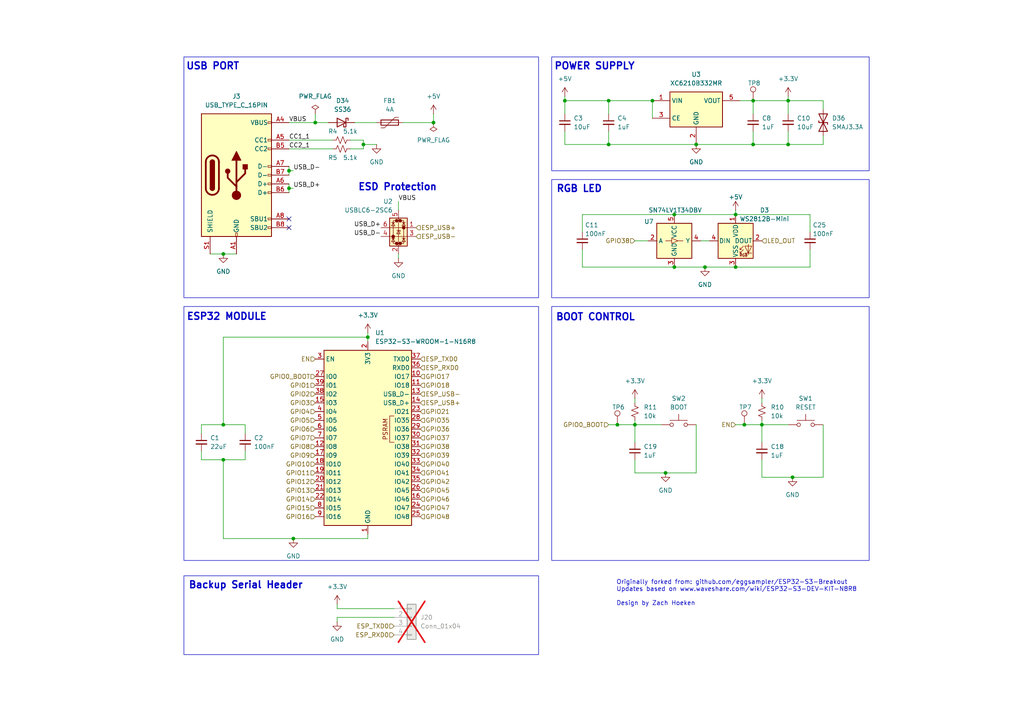
<source format=kicad_sch>
(kicad_sch (version 20250114) (generator "eeschema") (generator_version "9.0")
  (paper "A4")
  (title_block (title "https://github.com/hoeken/brineomatic") (date "2025-08-28") (rev "C"))
  (lib_symbols
    (symbol "Connector:TestPoint" (pin_numbers (hide yes)) (pin_names (offset 0.762) (hide yes))
      (property "Reference" "TP" (at 0 6.858 0))
      (property "Value" "TestPoint" (at 0 5.08 0))
      (symbol "TestPoint_0_1"
        (circle (center 0 3.302) (radius 0.762))
      )
      (symbol "TestPoint_1_1"
        (pin passive line (at 0 0 90) (length 2.54) (name "1") (number "1"))
      )
    )
    (symbol "Connector:USB_C_Receptacle_USB2.0_16P" (pin_names (offset 1.016))
      (property "Reference" "J" (at 0 22.225 0))
      (property "Value" "USB_C_Receptacle_USB2.0_16P" (at 0 19.685 0))
      (symbol "USB_C_Receptacle_USB2.0_16P_0_0"
        (rectangle (start -0.254 -17.78) (end 0.254 -16.764))
        (rectangle (start 10.16 15.494) (end 9.144 14.986))
        (rectangle (start 10.16 10.414) (end 9.144 9.906))
        (rectangle (start 10.16 7.874) (end 9.144 7.366))
        (rectangle (start 10.16 2.794) (end 9.144 2.286))
        (rectangle (start 10.16 0.254) (end 9.144 -0.254))
        (rectangle (start 10.16 -2.286) (end 9.144 -2.794))
        (rectangle (start 10.16 -4.826) (end 9.144 -5.334))
        (rectangle (start 10.16 -12.446) (end 9.144 -12.954))
        (rectangle (start 10.16 -14.986) (end 9.144 -15.494))
      )
      (symbol "USB_C_Receptacle_USB2.0_16P_0_1"
        (rectangle (start -10.16 17.78) (end 10.16 -17.78) (stroke (width 0.254)) (fill (type background)))
        (polyline (pts (xy -8.89 -3.81) (xy -8.89 3.81)) (stroke (width 0.508)))
        (rectangle (start -7.62 -3.81) (end -6.35 3.81) (stroke (width 0.254)) (fill (type outline)))
        (arc (start -7.62 3.81) (mid -6.985 4.4423) (end -6.35 3.81) (stroke (width 0.254)))
        (arc (start -7.62 3.81) (mid -6.985 4.4423) (end -6.35 3.81) (stroke (width 0.254)) (fill (type outline)))
        (arc (start -8.89 3.81) (mid -6.985 5.7067) (end -5.08 3.81) (stroke (width 0.508)))
        (arc (start -5.08 -3.81) (mid -6.985 -5.7067) (end -8.89 -3.81) (stroke (width 0.508)))
        (arc (start -6.35 -3.81) (mid -6.985 -4.4423) (end -7.62 -3.81) (stroke (width 0.254)))
        (arc (start -6.35 -3.81) (mid -6.985 -4.4423) (end -7.62 -3.81) (stroke (width 0.254)) (fill (type outline)))
        (polyline (pts (xy -5.08 3.81) (xy -5.08 -3.81)) (stroke (width 0.508)))
        (circle (center -2.54 1.143) (radius 0.635) (stroke (width 0.254)) (fill (type outline)))
        (polyline (pts (xy -1.27 4.318) (xy 0 6.858) (xy 1.27 4.318) (xy -1.27 4.318)) (stroke (width 0.254)) (fill (type outline)))
        (polyline (pts (xy 0 -2.032) (xy 2.54 0.508) (xy 2.54 1.778)) (stroke (width 0.508)))
        (polyline (pts (xy 0 -3.302) (xy -2.54 -0.762) (xy -2.54 0.508)) (stroke (width 0.508)))
        (polyline (pts (xy 0 -5.842) (xy 0 4.318)) (stroke (width 0.508)))
        (circle (center 0 -5.842) (radius 1.27) (fill (type outline)))
        (rectangle (start 1.905 1.778) (end 3.175 3.048) (stroke (width 0.254)) (fill (type outline)))
      )
      (symbol "USB_C_Receptacle_USB2.0_16P_1_1"
        (pin passive line (at -7.62 -22.86 90) (length 5.08) (name "SHIELD") (number "S1"))
        (pin passive line (at 0 -22.86 90) (length 5.08) (name "GND") (number "A1"))
        (pin passive line (at 0 -22.86 90) (length 5.08) (hide yes) (name "GND") (number "A12"))
        (pin passive line (at 0 -22.86 90) (length 5.08) (hide yes) (name "GND") (number "B1"))
        (pin passive line (at 0 -22.86 90) (length 5.08) (hide yes) (name "GND") (number "B12"))
        (pin passive line (at 15.24 15.24 180) (length 5.08) (name "VBUS") (number "A4"))
        (pin passive line (at 15.24 15.24 180) (length 5.08) (hide yes) (name "VBUS") (number "A9"))
        (pin passive line (at 15.24 15.24 180) (length 5.08) (hide yes) (name "VBUS") (number "B4"))
        (pin passive line (at 15.24 15.24 180) (length 5.08) (hide yes) (name "VBUS") (number "B9"))
        (pin bidirectional line (at 15.24 10.16 180) (length 5.08) (name "CC1") (number "A5"))
        (pin bidirectional line (at 15.24 7.62 180) (length 5.08) (name "CC2") (number "B5"))
        (pin bidirectional line (at 15.24 2.54 180) (length 5.08) (name "D-") (number "A7"))
        (pin bidirectional line (at 15.24 0 180) (length 5.08) (name "D-") (number "B7"))
        (pin bidirectional line (at 15.24 -2.54 180) (length 5.08) (name "D+") (number "A6"))
        (pin bidirectional line (at 15.24 -5.08 180) (length 5.08) (name "D+") (number "B6"))
        (pin bidirectional line (at 15.24 -12.7 180) (length 5.08) (name "SBU1") (number "A8"))
        (pin bidirectional line (at 15.24 -15.24 180) (length 5.08) (name "SBU2") (number "B8"))
      )
    )
    (symbol "Connector_Generic:Conn_01x04" (pin_names (offset 1.016) (hide yes))
      (property "Reference" "J" (at 0 5.08 0))
      (property "Value" "Conn_01x04" (at 0 -7.62 0))
      (symbol "Conn_01x04_1_1"
        (rectangle (start -1.27 3.81) (end 1.27 -6.35) (stroke (width 0.254)) (fill (type background)))
        (rectangle (start -1.27 2.667) (end 0 2.413) (stroke (width 0.1524)))
        (rectangle (start -1.27 0.127) (end 0 -0.127) (stroke (width 0.1524)))
        (rectangle (start -1.27 -2.413) (end 0 -2.667) (stroke (width 0.1524)))
        (rectangle (start -1.27 -4.953) (end 0 -5.207) (stroke (width 0.1524)))
        (pin passive line (at -5.08 2.54 0) (length 3.81) (name "Pin_1") (number "1"))
        (pin passive line (at -5.08 0 0) (length 3.81) (name "Pin_2") (number "2"))
        (pin passive line (at -5.08 -2.54 0) (length 3.81) (name "Pin_3") (number "3"))
        (pin passive line (at -5.08 -5.08 0) (length 3.81) (name "Pin_4") (number "4"))
      )
    )
    (symbol "Device:C_Small" (pin_numbers (hide yes)) (pin_names (offset 0.254) (hide yes))
      (property "Reference" "C" (at 0.254 1.778 0))
      (property "Value" "C_Small" (at 0.254 -2.032 0))
      (symbol "C_Small_0_1"
        (polyline (pts (xy -1.524 0.508) (xy 1.524 0.508)) (stroke (width 0.3048)))
        (polyline (pts (xy -1.524 -0.508) (xy 1.524 -0.508)) (stroke (width 0.3302)))
      )
      (symbol "C_Small_1_1"
        (pin passive line (at 0 2.54 270) (length 2.032) (name "~") (number "1"))
        (pin passive line (at 0 -2.54 90) (length 2.032) (name "~") (number "2"))
      )
    )
    (symbol "Device:D_TVS" (pin_numbers (hide yes)) (pin_names (offset 1.016) (hide yes))
      (property "Reference" "D" (at 0 2.54 0))
      (property "Value" "D_TVS" (at 0 -2.54 0))
      (symbol "D_TVS_0_1"
        (polyline (pts (xy -2.54 1.27) (xy -2.54 -1.27) (xy 2.54 1.27) (xy 2.54 -1.27) (xy -2.54 1.27)) (stroke (width 0.254)))
        (polyline (pts (xy 0.508 1.27) (xy 0 1.27) (xy 0 -1.27) (xy -0.508 -1.27)) (stroke (width 0.254)))
        (polyline (pts (xy 1.27 0) (xy -1.27 0)))
      )
      (symbol "D_TVS_1_1"
        (pin passive line (at -3.81 0 0) (length 2.54) (name "A1") (number "1"))
        (pin passive line (at 3.81 0 180) (length 2.54) (name "A2") (number "2"))
      )
    )
    (symbol "Device:Polyfuse" (pin_numbers (hide yes)) (pin_names (offset 0))
      (property "Reference" "F" (at -2.54 0 90))
      (property "Value" "Polyfuse" (at 2.54 0 90))
      (symbol "Polyfuse_0_1"
        (polyline (pts (xy -1.524 2.54) (xy -1.524 1.524) (xy 1.524 -1.524) (xy 1.524 -2.54)))
        (rectangle (start -0.762 2.54) (end 0.762 -2.54) (stroke (width 0.254)))
        (polyline (pts (xy 0 2.54) (xy 0 -2.54)))
      )
      (symbol "Polyfuse_1_1"
        (pin passive line (at 0 3.81 270) (length 1.27) (name "~") (number "1"))
        (pin passive line (at 0 -3.81 90) (length 1.27) (name "~") (number "2"))
      )
    )
    (symbol "Device:R_Small_US" (pin_numbers (hide yes)) (pin_names (offset 0.254) (hide yes))
      (property "Reference" "R" (at 0.762 0.508 0))
      (property "Value" "R_Small_US" (at 0.762 -1.016 0))
      (symbol "R_Small_US_1_1"
        (polyline (pts (xy 0 1.524) (xy 1.016 1.143) (xy 0 0.762) (xy -1.016 0.381) (xy 0 0)))
        (polyline (pts (xy 0 0) (xy 1.016 -0.381) (xy 0 -0.762) (xy -1.016 -1.143) (xy 0 -1.524)))
        (pin passive line (at 0 2.54 270) (length 1.016) (name "~") (number "1"))
        (pin passive line (at 0 -2.54 90) (length 1.016) (name "~") (number "2"))
      )
    )
    (symbol "Diode:SS36" (pin_numbers (hide yes)) (pin_names (offset 1.016) (hide yes))
      (property "Reference" "D" (at 0 2.54 0))
      (property "Value" "SS36" (at 0 -2.54 0))
      (symbol "SS36_0_1"
        (polyline (pts (xy -1.905 0.635) (xy -1.905 1.27) (xy -1.27 1.27) (xy -1.27 -1.27) (xy -0.635 -1.27) (xy -0.635 -0.635)) (stroke (width 0.254)))
        (polyline (pts (xy 1.27 1.27) (xy 1.27 -1.27) (xy -1.27 0) (xy 1.27 1.27)) (stroke (width 0.254)))
        (polyline (pts (xy 1.27 0) (xy -1.27 0)))
      )
      (symbol "SS36_1_1"
        (pin passive line (at -3.81 0 0) (length 2.54) (name "K") (number "1"))
        (pin passive line (at 3.81 0 180) (length 2.54) (name "A") (number "2"))
      )
    )
    (symbol "LED:WS2812B" (pin_names (offset 0.254))
      (property "Reference" "D" (at 5.08 5.715 0))
      (property "Value" "WS2812B" (at 1.27 -5.715 0))
      (symbol "WS2812B_0_0"
        (text "RGB" (at 2.286 -4.191 0) (effects (font (size 0.762 0.762))))
      )
      (symbol "WS2812B_0_1"
        (polyline (pts (xy 1.27 -2.54) (xy 1.778 -2.54)))
        (polyline (pts (xy 1.27 -3.556) (xy 1.778 -3.556)))
        (polyline (pts (xy 2.286 -1.524) (xy 1.27 -2.54) (xy 1.27 -2.032)))
        (polyline (pts (xy 2.286 -2.54) (xy 1.27 -3.556) (xy 1.27 -3.048)))
        (polyline (pts (xy 3.683 -1.016) (xy 3.683 -3.556) (xy 3.683 -4.064)))
        (polyline (pts (xy 4.699 -1.524) (xy 2.667 -1.524) (xy 3.683 -3.556) (xy 4.699 -1.524)))
        (polyline (pts (xy 4.699 -3.556) (xy 2.667 -3.556)))
        (rectangle (start 5.08 5.08) (end -5.08 -5.08) (stroke (width 0.254)) (fill (type background)))
      )
      (symbol "WS2812B_1_1"
        (pin input line (at -7.62 0 0) (length 2.54) (name "DIN") (number "4"))
        (pin power_in line (at 0 7.62 270) (length 2.54) (name "VDD") (number "1"))
        (pin power_in line (at 0 -7.62 90) (length 2.54) (name "VSS") (number "3"))
        (pin output line (at 7.62 0 180) (length 2.54) (name "DOUT") (number "2"))
      )
    )
    (symbol "Logic_LevelTranslator:SN74LV1T34DBV"
      (property "Reference" "U" (at 5.08 6.35 0))
      (property "Value" "SN74LV1T34DBV" (at 5.08 3.81 0))
      (symbol "SN74LV1T34DBV_0_1"
        (rectangle (start -5.08 5.08) (end 5.08 -5.08) (stroke (width 0.254)) (fill (type background)))
        (polyline (pts (xy -0.762 0) (xy -2.54 0)))
        (polyline (pts (xy 1.016 0) (xy 2.54 0)))
      )
      (symbol "SN74LV1T34DBV_1_1"
        (polyline (pts (xy -0.762 -0.762) (xy -0.762 0.762) (xy 1.016 0) (xy -0.762 -0.762)))
        (pin input line (at -7.62 0 0) (length 2.54) (name "A") (number "2"))
        (pin no_connect line (at -5.08 2.54 0) (length 2.54) (hide yes) (name "NC") (number "1"))
        (pin power_in line (at 0 7.62 270) (length 2.54) (name "VCC") (number "5"))
        (pin power_in line (at 0 -7.62 90) (length 2.54) (name "GND") (number "3"))
        (pin output line (at 7.62 0 180) (length 2.54) (name "Y") (number "4"))
      )
    )
    (symbol "RF_Module:ESP32-S3-WROOM-1"
      (property "Reference" "U" (at -12.7 26.67 0))
      (property "Value" "ESP32-S3-WROOM-1" (at 12.7 26.67 0))
      (symbol "ESP32-S3-WROOM-1_0_0"
        (rectangle (start -12.7 25.4) (end 12.7 -25.4) (stroke (width 0.254)) (fill (type background)))
        (text "PSRAM" (at 5.08 2.54 900) (effects (font (size 1.27 1.27))))
      )
      (symbol "ESP32-S3-WROOM-1_0_1"
        (polyline (pts (xy 7.62 -1.27) (xy 6.35 -1.27) (xy 6.35 6.35) (xy 7.62 6.35)))
      )
      (symbol "ESP32-S3-WROOM-1_1_1"
        (pin input line (at -15.24 22.86 0) (length 2.54) (name "EN") (number "3"))
        (pin bidirectional line (at -15.24 17.78 0) (length 2.54) (name "IO0") (number "27"))
        (pin bidirectional line (at -15.24 15.24 0) (length 2.54) (name "IO1") (number "39"))
        (pin bidirectional line (at -15.24 12.7 0) (length 2.54) (name "IO2") (number "38"))
        (pin bidirectional line (at -15.24 10.16 0) (length 2.54) (name "IO3") (number "15"))
        (pin bidirectional line (at -15.24 7.62 0) (length 2.54) (name "IO4") (number "4"))
        (pin bidirectional line (at -15.24 5.08 0) (length 2.54) (name "IO5") (number "5"))
        (pin bidirectional line (at -15.24 2.54 0) (length 2.54) (name "IO6") (number "6"))
        (pin bidirectional line (at -15.24 0 0) (length 2.54) (name "IO7") (number "7"))
        (pin bidirectional line (at -15.24 -2.54 0) (length 2.54) (name "IO8") (number "12"))
        (pin bidirectional line (at -15.24 -5.08 0) (length 2.54) (name "IO9") (number "17"))
        (pin bidirectional line (at -15.24 -7.62 0) (length 2.54) (name "IO10") (number "18"))
        (pin bidirectional line (at -15.24 -10.16 0) (length 2.54) (name "IO11") (number "19"))
        (pin bidirectional line (at -15.24 -12.7 0) (length 2.54) (name "IO12") (number "20"))
        (pin bidirectional line (at -15.24 -15.24 0) (length 2.54) (name "IO13") (number "21"))
        (pin bidirectional line (at -15.24 -17.78 0) (length 2.54) (name "IO14") (number "22"))
        (pin bidirectional line (at -15.24 -20.32 0) (length 2.54) (name "IO15") (number "8"))
        (pin bidirectional line (at -15.24 -22.86 0) (length 2.54) (name "IO16") (number "9"))
        (pin power_in line (at 0 27.94 270) (length 2.54) (name "3V3") (number "2"))
        (pin power_in line (at 0 -27.94 90) (length 2.54) (name "GND") (number "1"))
        (pin passive line (at 0 -27.94 90) (length 2.54) (hide yes) (name "GND") (number "40"))
        (pin passive line (at 0 -27.94 90) (length 2.54) (hide yes) (name "GND") (number "41"))
        (pin bidirectional line (at 15.24 22.86 180) (length 2.54) (name "TXD0") (number "37"))
        (pin bidirectional line (at 15.24 20.32 180) (length 2.54) (name "RXD0") (number "36"))
        (pin bidirectional line (at 15.24 17.78 180) (length 2.54) (name "IO17") (number "10"))
        (pin bidirectional line (at 15.24 15.24 180) (length 2.54) (name "IO18") (number "11"))
        (pin bidirectional line (at 15.24 12.7 180) (length 2.54) (name "USB_D-") (number "13"))
        (pin bidirectional line (at 15.24 10.16 180) (length 2.54) (name "USB_D+") (number "14"))
        (pin bidirectional line (at 15.24 7.62 180) (length 2.54) (name "IO21") (number "23"))
        (pin bidirectional line (at 15.24 5.08 180) (length 2.54) (name "IO35") (number "28"))
        (pin bidirectional line (at 15.24 2.54 180) (length 2.54) (name "IO36") (number "29"))
        (pin bidirectional line (at 15.24 0 180) (length 2.54) (name "IO37") (number "30"))
        (pin bidirectional line (at 15.24 -2.54 180) (length 2.54) (name "IO38") (number "31"))
        (pin bidirectional line (at 15.24 -5.08 180) (length 2.54) (name "IO39") (number "32"))
        (pin bidirectional line (at 15.24 -7.62 180) (length 2.54) (name "IO40") (number "33"))
        (pin bidirectional line (at 15.24 -10.16 180) (length 2.54) (name "IO41") (number "34"))
        (pin bidirectional line (at 15.24 -12.7 180) (length 2.54) (name "IO42") (number "35"))
        (pin bidirectional line (at 15.24 -15.24 180) (length 2.54) (name "IO45") (number "26"))
        (pin bidirectional line (at 15.24 -17.78 180) (length 2.54) (name "IO46") (number "16"))
        (pin bidirectional line (at 15.24 -20.32 180) (length 2.54) (name "IO47") (number "24"))
        (pin bidirectional line (at 15.24 -22.86 180) (length 2.54) (name "IO48") (number "25"))
      )
    )
    (symbol "Regulator_Linear:XC6210B332MR"
      (property "Reference" "U" (at 0 8.89 0))
      (property "Value" "XC6210B332MR" (at 0 6.35 0))
      (symbol "XC6210B332MR_0_1"
        (rectangle (start -7.62 5.08) (end 7.62 -5.08) (stroke (width 0.254)) (fill (type background)))
      )
      (symbol "XC6210B332MR_1_1"
        (pin power_in line (at -12.7 2.54 0) (length 5.08) (name "VIN") (number "1"))
        (pin input line (at -12.7 -2.54 0) (length 5.08) (name "CE") (number "3"))
        (pin power_in line (at 0 -10.16 90) (length 5.08) (name "GND") (number "2"))
        (pin no_connect line (at 7.62 -2.54 180) (length 5.08) (hide yes) (name "NC") (number "4"))
        (pin power_out line (at 12.7 2.54 180) (length 5.08) (name "VOUT") (number "5"))
      )
    )
    (symbol "Switch:SW_Push" (pin_numbers (hide yes)) (pin_names (offset 1.016) (hide yes))
      (property "Reference" "SW" (at 1.27 2.54 0))
      (property "Value" "SW_Push" (at 0 -1.524 0))
      (symbol "SW_Push_0_1"
        (circle (center -2.032 0) (radius 0.508))
        (polyline (pts (xy 0 1.27) (xy 0 3.048)))
        (circle (center 2.032 0) (radius 0.508))
        (polyline (pts (xy 2.54 1.27) (xy -2.54 1.27)))
        (pin passive line (at -5.08 0 0) (length 2.54) (name "1") (number "1"))
        (pin passive line (at 5.08 0 180) (length 2.54) (name "2") (number "2"))
      )
    )
    (symbol "USBLC6-2SC6_1" (pin_names (hide yes))
      (property "Reference" "U" (at 0.635 5.715 0))
      (property "Value" "USBLC6-2SC6" (at 0.635 3.81 0))
      (symbol "USBLC6-2SC6_1_0_0"
        (circle (center -1.524 0) (radius 0.0001) (stroke (width 0.508)))
        (circle (center -0.508 2.032) (radius 0.0001) (stroke (width 0.508)))
        (circle (center -0.508 -4.572) (radius 0.0001) (stroke (width 0.508)))
        (circle (center 0.508 2.032) (radius 0.0001) (stroke (width 0.508)))
        (circle (center 0.508 -4.572) (radius 0.0001) (stroke (width 0.508)))
        (circle (center 1.524 -2.54) (radius 0.0001) (stroke (width 0.508)))
      )
      (symbol "USBLC6-2SC6_1_0_1"
        (polyline (pts (xy -2.54 0) (xy 2.54 0)))
        (polyline (pts (xy -2.54 -2.54) (xy 2.54 -2.54)))
        (polyline (pts (xy -2.032 0.508) (xy -1.016 0.508) (xy -1.524 1.524) (xy -2.032 0.508)))
        (polyline (pts (xy -2.032 -3.048) (xy -1.016 -3.048)))
        (polyline (pts (xy -1.016 1.524) (xy -2.032 1.524)))
        (polyline (pts (xy -1.016 -4.064) (xy -2.032 -4.064) (xy -1.524 -3.048) (xy -1.016 -4.064)))
        (polyline (pts (xy -0.508 -1.143) (xy -0.508 -0.762) (xy 0.508 -0.762)))
        (polyline (pts (xy 0 2.54) (xy -0.508 2.032) (xy 0.508 2.032) (xy 0 1.524) (xy 0 -4.064) (xy -0.508 -4.572) (xy 0.508 -4.572) (xy 0 -5.08)))
        (polyline (pts (xy 0.508 -1.778) (xy -0.508 -1.778) (xy 0 -0.762) (xy 0.508 -1.778)))
        (polyline (pts (xy 1.016 1.524) (xy 2.032 1.524)))
        (polyline (pts (xy 1.016 -3.048) (xy 2.032 -3.048)))
        (polyline (pts (xy 2.032 0.508) (xy 1.016 0.508) (xy 1.524 1.524) (xy 2.032 0.508)))
        (polyline (pts (xy 2.032 -4.064) (xy 1.016 -4.064) (xy 1.524 -3.048) (xy 2.032 -4.064)))
      )
      (symbol "USBLC6-2SC6_1_1_1"
        (rectangle (start -2.54 2.794) (end 2.54 -5.334) (stroke (width 0.254)) (fill (type background)))
        (polyline (pts (xy -0.508 2.032) (xy -1.524 2.032) (xy -1.524 -4.572) (xy -0.508 -4.572)))
        (polyline (pts (xy 0.508 -4.572) (xy 1.524 -4.572) (xy 1.524 2.032) (xy 0.508 2.032)))
        (pin passive line (at -5.08 0 0) (length 2.54) (name "I/O1") (number "1"))
        (pin passive line (at -5.08 -2.54 0) (length 2.54) (name "I/O2") (number "3"))
        (pin passive line (at 0 5.08 270) (length 2.54) (name "VBUS") (number "5"))
        (pin passive line (at 0 -7.62 90) (length 2.54) (name "GND") (number "2"))
        (pin passive line (at 5.08 0 180) (length 2.54) (name "I/O1") (number "6"))
        (pin passive line (at 5.08 -2.54 180) (length 2.54) (name "I/O2") (number "4"))
      )
    )
    (symbol "power:+3.3V" (power) (pin_numbers (hide yes)) (pin_names (offset 0) (hide yes))
      (property "Value" "+3.3V" (at 0 3.556 0))
      (symbol "+3.3V_0_1"
        (polyline (pts (xy -0.762 1.27) (xy 0 2.54)))
        (polyline (pts (xy 0 2.54) (xy 0.762 1.27)))
        (polyline (pts (xy 0 0) (xy 0 2.54)))
      )
      (symbol "+3.3V_1_1"
        (pin power_in line (at 0 0 90) (length 0) (name "~") (number "1"))
      )
    )
    (symbol "power:+5V" (power) (pin_numbers (hide yes)) (pin_names (offset 0) (hide yes))
      (property "Value" "+5V" (at 0 3.556 0))
      (symbol "+5V_0_1"
        (polyline (pts (xy -0.762 1.27) (xy 0 2.54)))
        (polyline (pts (xy 0 2.54) (xy 0.762 1.27)))
        (polyline (pts (xy 0 0) (xy 0 2.54)))
      )
      (symbol "+5V_1_1"
        (pin power_in line (at 0 0 90) (length 0) (name "~") (number "1"))
      )
    )
    (symbol "power:GND" (power) (pin_numbers (hide yes)) (pin_names (offset 0) (hide yes))
      (property "Value" "GND" (at 0 -3.81 0))
      (symbol "GND_0_1"
        (polyline (pts (xy 0 0) (xy 0 -1.27) (xy 1.27 -1.27) (xy 0 -2.54) (xy -1.27 -1.27) (xy 0 -1.27)))
      )
      (symbol "GND_1_1"
        (pin power_in line (at 0 0 270) (length 0) (name "~") (number "1"))
      )
    )
    (symbol "power:PWR_FLAG" (power) (pin_numbers (hide yes)) (pin_names (offset 0) (hide yes))
      (property "Value" "PWR_FLAG" (at 0 3.81 0))
      (symbol "PWR_FLAG_0_0"
        (pin power_out line (at 0 0 90) (length 0) (name "pwr") (number "1"))
      )
      (symbol "PWR_FLAG_0_1"
        (polyline (pts (xy 0 0) (xy 0 1.27) (xy -1.016 1.905) (xy 0 2.54) (xy 1.016 1.905) (xy 0 1.27)))
      )
    )
  )
  (rectangle (start 53.34 16.51) (end 156.21 86.36))
  (rectangle (start 160.02 88.9) (end 252.095 162.56))
  (rectangle (start 160.02 16.51) (end 252.095 49.53))
  (rectangle (start 53.34 88.9) (end 156.21 162.56))
  (rectangle (start 160.02 52.07) (end 252.095 86.36))
  (rectangle (start 53.34 167.005) (end 156.21 189.865))
  (text "BOOT CONTROL" (at 172.72 92.075 0) (effects (font (size 2 2) (thickness 0.4) (bold yes))))
  (text "ESD Protection" (at 115.316 54.356 0) (effects (font (size 2 2) (thickness 0.4) (bold yes))))
  (text "Backup Serial Header" (at 54.61 169.799 0) (effects (font (size 2 2) (thickness 0.4) (bold yes)) (justify left)))
  (text "ESP32 MODULE" (at 65.786 91.948 0) (effects (font (size 2 2) (thickness 0.4) (bold yes))))
  (text "RGB LED" (at 161.29 54.864 0) (effects (font (size 2 2) (thickness 0.4) (bold yes)) (justify left)))
  (text "POWER SUPPLY" (at 172.466 19.304 0) (effects (font (size 2 2) (thickness 0.4) (bold yes))))
  (text "USB PORT" (at 61.722 19.304 0) (effects (font (size 2 2) (thickness 0.4) (bold yes))))
  (text_box "Originally forked from: github.com/eggsampler/ESP32-S3-Breakout\nUpdates based on www.waveshare.com/wiki/ESP32-S3-DEV-KIT-N8R8\n\nDesign by Zach Hoeken" (at 177.8 167.005 0) (size 105.41 13.97) (margins 0.9525 0.9525 0.9525 0.9525) (stroke (width -0.0001)) (effects (font (size 1.27 1.27)) (justify left top)))
  (junction (at 218.44 29.21))
  (junction (at 204.47 77.47))
  (junction (at 228.6 41.91))
  (junction (at 220.98 123.19))
  (junction (at 64.77 73.66))
  (junction (at 195.58 62.23))
  (junction (at 176.53 29.21))
  (junction (at 176.53 41.91))
  (junction (at 163.83 29.21))
  (junction (at 125.73 35.56))
  (junction (at 195.58 77.47))
  (junction (at 218.44 41.91))
  (junction (at 215.9 123.19))
  (junction (at 83.82 54.61))
  (junction (at 83.82 49.53))
  (junction (at 91.44 35.56))
  (junction (at 184.15 123.19))
  (junction (at 85.09 156.21))
  (junction (at 213.36 77.47))
  (junction (at 228.6 29.21))
  (junction (at 105.41 41.91))
  (junction (at 64.77 133.35))
  (junction (at 213.36 62.23))
  (junction (at 193.04 137.16))
  (junction (at 201.93 41.91))
  (junction (at 229.87 138.43))
  (junction (at 179.07 123.19))
  (junction (at 64.77 123.19))
  (junction (at 106.68 97.79))
  (junction (at 189.23 29.21))
  (no_connect (at 83.82 63.5))
  (no_connect (at 83.82 66.04))
  (wire (pts (xy 163.83 27.94) (xy 163.83 29.21)))
  (wire (pts (xy 83.82 53.34) (xy 83.82 54.61)))
  (wire (pts (xy 176.53 29.21) (xy 189.23 29.21)))
  (wire (pts (xy 238.76 29.21) (xy 238.76 31.75)))
  (wire (pts (xy 214.63 29.21) (xy 218.44 29.21)))
  (wire (pts (xy 83.82 48.26) (xy 83.82 49.53)))
  (wire (pts (xy 176.53 38.1) (xy 176.53 41.91)))
  (wire (pts (xy 220.98 123.19) (xy 220.98 128.27)))
  (wire (pts (xy 179.07 123.19) (xy 184.15 123.19)))
  (wire (pts (xy 91.44 33.02) (xy 91.44 35.56)))
  (wire (pts (xy 213.36 60.96) (xy 213.36 62.23)))
  (wire (pts (xy 234.95 77.47) (xy 234.95 72.39)))
  (wire (pts (xy 228.6 41.91) (xy 238.76 41.91)))
  (wire (pts (xy 114.3 179.07) (xy 97.79 179.07)))
  (wire (pts (xy 187.96 69.85) (xy 184.15 69.85)))
  (wire (pts (xy 168.91 72.39) (xy 168.91 77.47)))
  (wire (pts (xy 220.98 133.35) (xy 220.98 138.43)))
  (wire (pts (xy 64.77 133.35) (xy 71.12 133.35)))
  (wire (pts (xy 220.98 121.92) (xy 220.98 123.19)))
  (wire (pts (xy 228.6 29.21) (xy 228.6 33.02)))
  (wire (pts (xy 218.44 29.21) (xy 228.6 29.21)))
  (wire (pts (xy 106.68 96.52) (xy 106.68 97.79)))
  (wire (pts (xy 106.68 97.79) (xy 106.68 99.06)))
  (wire (pts (xy 228.6 29.21) (xy 238.76 29.21)))
  (wire (pts (xy 213.36 77.47) (xy 204.47 77.47)))
  (wire (pts (xy 125.73 35.56) (xy 125.73 33.02)))
  (wire (pts (xy 163.83 29.21) (xy 176.53 29.21)))
  (wire (pts (xy 203.2 69.85) (xy 205.74 69.85)))
  (wire (pts (xy 58.42 133.35) (xy 64.77 133.35)))
  (wire (pts (xy 228.6 41.91) (xy 228.6 38.1)))
  (wire (pts (xy 213.36 62.23) (xy 234.95 62.23)))
  (wire (pts (xy 193.04 137.16) (xy 184.15 137.16)))
  (wire (pts (xy 238.76 41.91) (xy 238.76 39.37)))
  (wire (pts (xy 215.9 123.19) (xy 220.98 123.19)))
  (wire (pts (xy 101.6 43.18) (xy 105.41 43.18)))
  (wire (pts (xy 189.23 29.21) (xy 189.23 34.29)))
  (wire (pts (xy 201.93 123.19) (xy 201.93 137.16)))
  (wire (pts (xy 176.53 41.91) (xy 163.83 41.91)))
  (wire (pts (xy 184.15 123.19) (xy 191.77 123.19)))
  (wire (pts (xy 58.42 130.81) (xy 58.42 133.35)))
  (wire (pts (xy 114.3 176.53) (xy 97.79 176.53)))
  (wire (pts (xy 176.53 123.19) (xy 179.07 123.19)))
  (wire (pts (xy 91.44 35.56) (xy 95.25 35.56)))
  (wire (pts (xy 83.82 35.56) (xy 91.44 35.56)))
  (wire (pts (xy 58.42 123.19) (xy 64.77 123.19)))
  (wire (pts (xy 115.57 74.93) (xy 115.57 73.66)))
  (wire (pts (xy 218.44 33.02) (xy 218.44 29.21)))
  (wire (pts (xy 176.53 41.91) (xy 201.93 41.91)))
  (wire (pts (xy 218.44 41.91) (xy 228.6 41.91)))
  (wire (pts (xy 71.12 130.81) (xy 71.12 133.35)))
  (wire (pts (xy 220.98 138.43) (xy 229.87 138.43)))
  (wire (pts (xy 83.82 49.53) (xy 85.09 49.53)))
  (wire (pts (xy 213.36 123.19) (xy 215.9 123.19)))
  (wire (pts (xy 101.6 40.64) (xy 105.41 40.64)))
  (wire (pts (xy 116.84 35.56) (xy 125.73 35.56)))
  (wire (pts (xy 213.36 77.47) (xy 234.95 77.47)))
  (wire (pts (xy 218.44 41.91) (xy 201.93 41.91)))
  (wire (pts (xy 71.12 125.73) (xy 71.12 123.19)))
  (wire (pts (xy 106.68 156.21) (xy 106.68 154.94)))
  (wire (pts (xy 220.98 123.19) (xy 228.6 123.19)))
  (wire (pts (xy 83.82 49.53) (xy 83.82 50.8)))
  (wire (pts (xy 184.15 123.19) (xy 184.15 128.27)))
  (wire (pts (xy 228.6 27.94) (xy 228.6 29.21)))
  (wire (pts (xy 176.53 33.02) (xy 176.53 29.21)))
  (wire (pts (xy 105.41 41.91) (xy 105.41 43.18)))
  (wire (pts (xy 64.77 156.21) (xy 85.09 156.21)))
  (wire (pts (xy 234.95 62.23) (xy 234.95 67.31)))
  (wire (pts (xy 115.57 58.42) (xy 115.57 60.96)))
  (wire (pts (xy 83.82 54.61) (xy 85.09 54.61)))
  (wire (pts (xy 220.98 115.57) (xy 220.98 116.84)))
  (wire (pts (xy 163.83 41.91) (xy 163.83 38.1)))
  (wire (pts (xy 97.79 179.07) (xy 97.79 180.34)))
  (wire (pts (xy 83.82 54.61) (xy 83.82 55.88)))
  (wire (pts (xy 184.15 115.57) (xy 184.15 116.84)))
  (wire (pts (xy 58.42 125.73) (xy 58.42 123.19)))
  (wire (pts (xy 168.91 62.23) (xy 168.91 67.31)))
  (wire (pts (xy 105.41 40.64) (xy 105.41 41.91)))
  (wire (pts (xy 102.87 35.56) (xy 109.22 35.56)))
  (wire (pts (xy 105.41 41.91) (xy 109.22 41.91)))
  (wire (pts (xy 64.77 133.35) (xy 64.77 156.21)))
  (wire (pts (xy 238.76 123.19) (xy 238.76 138.43)))
  (wire (pts (xy 168.91 62.23) (xy 195.58 62.23)))
  (wire (pts (xy 163.83 29.21) (xy 163.83 33.02)))
  (wire (pts (xy 83.82 43.18) (xy 96.52 43.18)))
  (wire (pts (xy 218.44 38.1) (xy 218.44 41.91)))
  (wire (pts (xy 195.58 62.23) (xy 213.36 62.23)))
  (wire (pts (xy 64.77 123.19) (xy 71.12 123.19)))
  (wire (pts (xy 184.15 121.92) (xy 184.15 123.19)))
  (wire (pts (xy 64.77 97.79) (xy 64.77 123.19)))
  (wire (pts (xy 64.77 73.66) (xy 68.58 73.66)))
  (wire (pts (xy 97.79 176.53) (xy 97.79 175.26)))
  (wire (pts (xy 106.68 97.79) (xy 64.77 97.79)))
  (wire (pts (xy 201.93 137.16) (xy 193.04 137.16)))
  (wire (pts (xy 229.87 138.43) (xy 238.76 138.43)))
  (wire (pts (xy 60.96 73.66) (xy 64.77 73.66)))
  (wire (pts (xy 85.09 156.21) (xy 106.68 156.21)))
  (wire (pts (xy 168.91 77.47) (xy 195.58 77.47)))
  (wire (pts (xy 184.15 137.16) (xy 184.15 133.35)))
  (wire (pts (xy 204.47 77.47) (xy 195.58 77.47)))
  (wire (pts (xy 83.82 40.64) (xy 96.52 40.64)))
  (label "USB_D+" (at 110.49 66.04 180))
  (label "USB_D-" (at 110.49 68.58 180))
  (label "CC2_1" (at 83.82 43.18 0))
  (label "VBUS" (at 83.82 35.56 0))
  (label "USB_D+" (at 85.09 54.61 0))
  (label "VBUS" (at 115.57 58.42 0))
  (label "CC1_1" (at 83.82 40.64 0))
  (label "USB_D-" (at 85.09 49.53 0))
  (hierarchical_label "GPIO35" (shape input) (at 121.92 121.92 0))
  (hierarchical_label "GPIO8" (shape input) (at 91.44 129.54 180))
  (hierarchical_label "GPIO15" (shape input) (at 91.44 147.32 180))
  (hierarchical_label "GPIO48" (shape input) (at 121.92 149.86 0))
  (hierarchical_label "GPIO4" (shape input) (at 91.44 119.38 180))
  (hierarchical_label "GPIO37" (shape input) (at 121.92 127 0))
  (hierarchical_label "GPIO1" (shape input) (at 91.44 111.76 180))
  (hierarchical_label "EN" (shape input) (at 213.36 123.19 180))
  (hierarchical_label "ESP_RXD0" (shape input) (at 121.92 106.68 0))
  (hierarchical_label "GPIO11" (shape input) (at 91.44 137.16 180))
  (hierarchical_label "ESP_RXD0" (shape input) (at 114.3 184.15 180))
  (hierarchical_label "ESP_USB-" (shape input) (at 121.92 114.3 0))
  (hierarchical_label "GPIO45" (shape input) (at 121.92 142.24 0))
  (hierarchical_label "GPIO9" (shape input) (at 91.44 132.08 180))
  (hierarchical_label "GPIO10" (shape input) (at 91.44 134.62 180))
  (hierarchical_label "GPIO6" (shape input) (at 91.44 124.46 180))
  (hierarchical_label "GPIO21" (shape input) (at 121.92 119.38 0))
  (hierarchical_label "GPIO14" (shape input) (at 91.44 144.78 180))
  (hierarchical_label "GPIO0_BOOT" (shape input) (at 91.44 109.22 180))
  (hierarchical_label "ESP_USB-" (shape input) (at 120.65 68.58 0))
  (hierarchical_label "ESP_TXD0" (shape input) (at 114.3 181.61 180))
  (hierarchical_label "GPIO3" (shape input) (at 91.44 116.84 180))
  (hierarchical_label "GPIO42" (shape input) (at 121.92 139.7 0))
  (hierarchical_label "GPIO40" (shape input) (at 121.92 134.62 0))
  (hierarchical_label "GPIO39" (shape input) (at 121.92 132.08 0))
  (hierarchical_label "GPIO7" (shape input) (at 91.44 127 180))
  (hierarchical_label "GPIO46" (shape input) (at 121.92 144.78 0))
  (hierarchical_label "GPIO47" (shape input) (at 121.92 147.32 0))
  (hierarchical_label "GPIO38" (shape input) (at 184.15 69.85 180))
  (hierarchical_label "GPIO41" (shape input) (at 121.92 137.16 0))
  (hierarchical_label "GPIO16" (shape input) (at 91.44 149.86 180))
  (hierarchical_label "GPIO13" (shape input) (at 91.44 142.24 180))
  (hierarchical_label "GPIO17" (shape input) (at 121.92 109.22 0))
  (hierarchical_label "LED_OUT" (shape input) (at 220.98 69.85 0))
  (hierarchical_label "ESP_USB+" (shape input) (at 120.65 66.04 0))
  (hierarchical_label "ESP_USB+" (shape input) (at 121.92 116.84 0))
  (hierarchical_label "GPIO0_BOOT" (shape input) (at 176.53 123.19 180))
  (hierarchical_label "EN" (shape input) (at 91.44 104.14 180))
  (hierarchical_label "GPIO38" (shape input) (at 121.92 129.54 0))
  (hierarchical_label "GPIO12" (shape input) (at 91.44 139.7 180))
  (hierarchical_label "GPIO2" (shape input) (at 91.44 114.3 180))
  (hierarchical_label "ESP_TXD0" (shape input) (at 121.92 104.14 0))
  (hierarchical_label "GPIO18" (shape input) (at 121.92 111.76 0))
  (hierarchical_label "GPIO36" (shape input) (at 121.92 124.46 0))
  (hierarchical_label "GPIO5" (shape input) (at 91.44 121.92 180))
  (symbol (lib_id "power:+3.3V") (at 97.79 175.26 0) (unit 1)
    (property "Reference" "#PWR0153" (effects (hide yes)))
    (property "Value" "+3.3V" (at 97.79 170.18 0))
    (property "Description" "Power symbol creates a global label with name \"+3.3V\"" (effects (hide yes)))
    (instances (project "brineomatic" (path "" (reference "#PWR047") (unit 1))) (project "frothfet" (path "" (reference "#PWR0153") (unit 1))))
  )
  (symbol (lib_id "power:+3.3V") (at 220.98 115.57 0) (unit 1)
    (property "Reference" "#PWR0165" (effects (hide yes)))
    (property "Value" "+3.3V" (at 220.98 110.49 0))
    (property "Description" "Power symbol creates a global label with name \"+3.3V\"" (effects (hide yes)))
    (instances (project "brineomatic" (path "" (reference "#PWR059") (unit 1))) (project "sendit" (path "" (reference "#PWR033") (unit 1))) (project "frothfet" (path "" (reference "#PWR0165") (unit 1))))
  )
  (symbol (lib_id "Device:D_TVS") (at 238.76 35.56 90) (unit 1)
    (property "Reference" "D39" (at 241.3 34.29 90) (effects (justify right)))
    (property "Value" "SMAJ3.3A" (at 241.3 36.83 90) (effects (justify right)))
    (property "Footprint" "Diode_SMD:D_SMA" (effects (hide yes)))
    (property "LCSC" "C18199544" (effects (hide yes)))
    (instances (project "brineomatic" (path "" (reference "D36") (unit 1))) (project "frothfet" (path "" (reference "D39") (unit 1))))
  )
  (symbol (lib_id "power:GND") (at 115.57 74.93 0) (unit 1)
    (property "Reference" "#PWR0157" (effects (hide yes)))
    (property "Value" "GND" (at 115.57 80.01 0))
    (property "Description" "Power symbol creates a global label with name \"GND\" , ground" (effects (hide yes)))
    (instances (project "brineomatic" (path "" (reference "#PWR051") (unit 1))) (project "sendit" (path "" (reference "#PWR030") (unit 1))) (project "frothfet" (path "" (reference "#PWR0157") (unit 1))))
  )
  (symbol (lib_id "power:+5V") (at 163.83 27.94 0) (mirror y) (unit 1)
    (property "Reference" "#PWR0159" (effects (hide yes)))
    (property "Value" "+5V" (at 163.83 22.86 0))
    (property "Description" "Power symbol creates a global label with name \"+5V\"" (effects (hide yes)))
    (instances (project "brineomatic" (path "" (reference "#PWR053") (unit 1))) (project "sendit" (path "" (reference "#PWR032") (unit 1))) (project "frothfet" (path "" (reference "#PWR0159") (unit 1))))
  )
  (symbol (lib_id "power:PWR_FLAG") (at 125.73 35.56 180) (unit 1)
    (property "Reference" "#FLG09" (effects (hide yes)))
    (property "Value" "PWR_FLAG" (at 125.73 40.64 0))
    (instances (project "ESP32-S3-Template" (path "" (reference "#FLG03") (unit 1))) (project "brineomatic" (path "" (reference "#FLG09") (unit 1))) (project "sendit" (path "" (reference "#FLG02") (unit 1))) (project "frothfet" (path "" (reference "#FLG09") (unit 1))))
  )
  (symbol (lib_id "power:+5V") (at 213.36 60.96 0) (mirror y) (unit 1)
    (property "Reference" "#PWR0164" (effects (hide yes)))
    (property "Value" "+5V" (at 213.36 57.15 0))
    (property "Description" "Power symbol creates a global label with name \"+5V\"" (effects (hide yes)))
    (instances (project "brineomatic" (path "" (reference "#PWR058") (unit 1))) (project "sendit" (path "" (reference "#PWR039") (unit 1))) (project "frothfet" (path "" (reference "#PWR0164") (unit 1))))
  )
  (symbol (lib_id "Connector_Generic:Conn_01x04") (at 119.38 179.07 0) (unit 1) (dnp yes)
    (property "Reference" "J14" (at 121.92 179.0699 0) (effects (justify left)))
    (property "Value" "Conn_01x04" (at 121.92 181.6099 0) (effects (justify left)))
    (property "Footprint" "Connector_PinHeader_2.54mm:PinHeader_1x04_P2.54mm_Vertical_SMD_Pin1Left" (effects (hide yes)))
    (property "Description" "Generic connector, single row, 01x04, script generated (kicad-library-utils/schlib/autogen/connector/)" (effects (hide yes)))
    (instances (project "" (path "" (reference "J20") (unit 1))) (project "frothfet" (path "" (reference "J14") (unit 1))))
  )
  (symbol (lib_id "Device:R_Small_US") (at 99.06 43.18 90) (unit 1)
    (property "Reference" "R62" (at 96.52 45.72 90))
    (property "Value" "5.1k" (at 101.6 45.72 90))
    (property "Footprint" "Resistor_SMD:R_0603_1608Metric" (effects (hide yes)))
    (property "Description" "Resistor, small US symbol" (effects (hide yes)))
    (instances (project "ESP32-S3-Template" (path "" (reference "R5") (unit 1))) (project "brineomatic" (path "" (reference "R37") (unit 1))) (project "sendit" (path "" (reference "R11") (unit 1))) (project "frothfet" (path "" (reference "R62") (unit 1))))
  )
  (symbol (lib_id "Device:C_Small") (at 176.53 35.56 0) (unit 1)
    (property "Reference" "C66" (at 179.07 34.2962 0) (effects (justify left)))
    (property "Value" "1uF" (at 179.07 36.8362 0) (effects (justify left)))
    (property "Footprint" "Capacitor_SMD:C_0603_1608Metric" (effects (hide yes)))
    (instances (project "ESP32-S3-Template" (path "" (reference "C4") (unit 1))) (project "brineomatic" (path "" (reference "C20") (unit 1))) (project "sendit" (path "" (reference "C6") (unit 1))) (project "frothfet" (path "" (reference "C66") (unit 1))))
  )
  (symbol (lib_id "Device:C_Small") (at 58.42 128.27 0) (unit 1)
    (property "Reference" "C62" (at 60.96 127.0062 0) (effects (justify left)))
    (property "Value" "22uF" (at 60.96 129.5462 0) (effects (justify left)))
    (property "Footprint" "Capacitor_SMD:C_0603_1608Metric" (effects (hide yes)))
    (instances (project "ESP32-S3-Template" (path "" (reference "C1") (unit 1))) (project "brineomatic" (path "" (reference "C16") (unit 1))) (project "sendit" (path "" (reference "C2") (unit 1))) (project "frothfet" (path "" (reference "C62") (unit 1))))
  )
  (symbol (lib_id "power:+3.3V") (at 184.15 115.57 0) (unit 1)
    (property "Reference" "#PWR0160" (effects (hide yes)))
    (property "Value" "+3.3V" (at 184.15 110.49 0))
    (property "Description" "Power symbol creates a global label with name \"+3.3V\"" (effects (hide yes)))
    (instances (project "brineomatic" (path "" (reference "#PWR054") (unit 1))) (project "sendit" (path "" (reference "#PWR034") (unit 1))) (project "frothfet" (path "" (reference "#PWR0160") (unit 1))))
  )
  (symbol (lib_id "Connector:TestPoint") (at 218.44 29.21 0) (unit 1) (in_bom no)
    (property "Reference" "TP27" (at 216.916 24.13 0) (effects (justify left)))
    (property "Footprint" "TestPoint:TestPoint_THTPad_D1.5mm_Drill0.7mm" (effects (hide yes)))
    (property "Description" "test point" (effects (hide yes)))
    (instances (project "brineomatic" (path "" (reference "TP8") (unit 1))) (project "sendit" (path "" (reference "TP7") (unit 1))) (project "frothfet" (path "" (reference "TP27") (unit 1))))
  )
  (symbol (lib_id "power:GND") (at 97.79 180.34 0) (unit 1)
    (property "Reference" "#PWR0154" (effects (hide yes)))
    (property "Value" "GND" (at 97.79 185.42 0))
    (property "Description" "Power symbol creates a global label with name \"GND\" , ground" (effects (hide yes)))
    (instances (project "brineomatic" (path "" (reference "#PWR048") (unit 1))) (project "frothfet" (path "" (reference "#PWR0154") (unit 1))))
  )
  (symbol (lib_id "Logic_LevelTranslator:SN74LV1T34DBV") (at 195.58 69.85 0) (unit 1)
    (property "Reference" "U32" (at 188.214 64.262 0))
    (property "Value" "SN74LV1T34DBV" (at 195.834 60.96 0))
    (property "Footprint" "Package_TO_SOT_SMD:SOT-23-5" (effects (hide yes)))
    (property "Datasheet" "https://www.ti.com/lit/ds/symlink/sn74lv1t34.pdf" (effects (hide yes)))
    (property "Description" "Single Power Supply, Single Buffer GATE, CMOS Logic, Level Shifter, SOT-23-5" (effects (hide yes)))
    (property "LCSC" "C100024" (effects (hide yes)))
    (instances (project "brineomatic" (path "" (reference "U7") (unit 1))) (project "" (path "" (reference "U3") (unit 1))) (project "frothfet" (path "" (reference "U32") (unit 1))))
  )
  (symbol (lib_id "Device:C_Small") (at 220.98 130.81 0) (unit 1)
    (property "Reference" "C69" (at 223.52 129.5462 0) (effects (justify left)))
    (property "Value" "1uF" (at 223.52 132.0862 0) (effects (justify left)))
    (property "Footprint" "Capacitor_SMD:C_0603_1608Metric" (effects (hide yes)))
    (instances (project "ESP32-S3-Template" (path "" (reference "C18") (unit 1))) (project "brineomatic" (path "" (reference "C23") (unit 1))) (project "sendit" (path "" (reference "C7") (unit 1))) (project "frothfet" (path "" (reference "C69") (unit 1))))
  )
  (symbol (lib_id "Connector:TestPoint") (at 215.9 123.19 0) (unit 1) (in_bom no)
    (property "Reference" "TP26" (at 214.376 118.11 0) (effects (justify left)))
    (property "Footprint" "TestPoint:TestPoint_THTPad_D1.5mm_Drill0.7mm" (effects (hide yes)))
    (property "Description" "test point" (effects (hide yes)))
    (instances (project "brineomatic" (path "" (reference "TP7") (unit 1))) (project "sendit" (path "" (reference "TP5") (unit 1))) (project "frothfet" (path "" (reference "TP26") (unit 1))))
  )
  (symbol (lib_id "power:GND") (at 85.09 156.21 0) (unit 1)
    (property "Reference" "#PWR0152" (effects (hide yes)))
    (property "Value" "GND" (at 85.09 161.29 0))
    (property "Description" "Power symbol creates a global label with name \"GND\" , ground" (effects (hide yes)))
    (instances (project "brineomatic" (path "" (reference "#PWR046") (unit 1))) (project "sendit" (path "" (reference "#PWR027") (unit 1))) (project "frothfet" (path "" (reference "#PWR0152") (unit 1))))
  )
  (symbol (lib_id "power:GND") (at 204.47 77.47 0) (unit 1)
    (property "Reference" "#PWR0163" (effects (hide yes)))
    (property "Value" "GND" (at 204.47 82.55 0))
    (property "Description" "Power symbol creates a global label with name \"GND\" , ground" (effects (hide yes)))
    (instances (project "brineomatic" (path "" (reference "#PWR057") (unit 1))) (project "sendit" (path "" (reference "#PWR036") (unit 1))) (project "frothfet" (path "" (reference "#PWR0163") (unit 1))))
  )
  (symbol (lib_id "Diode:SS36") (at 99.06 35.56 0) (mirror y) (unit 1)
    (property "Reference" "D37" (at 99.3775 29.21 0))
    (property "Value" "SS36" (at 99.3775 31.75 0))
    (property "Footprint" "Diode_SMD:D_SMA" (effects (hide yes)))
    (property "Datasheet" "https://www.vishay.com/docs/88751/ss32.pdf" (effects (hide yes)))
    (property "Description" "60V 3A Schottky Diode, SMA" (effects (hide yes)))
    (property "LCSC" "C16015" (effects (hide yes)))
    (instances (project "brineomatic" (path "" (reference "D34") (unit 1))) (project "sendit" (path "" (reference "D3") (unit 1))) (project "frothfet" (path "" (reference "D37") (unit 1))))
  )
  (symbol (lib_id "Regulator_Linear:XC6210B332MR") (at 201.93 31.75 0) (unit 1)
    (property "Reference" "U33" (at 201.93 21.59 0))
    (property "Value" "XC6210B332MR" (at 201.93 24.13 0))
    (property "Footprint" "Package_TO_SOT_SMD:SOT-23-5" (effects (hide yes)))
    (property "Datasheet" "https://www.torexsemi.com/file/xc6210/XC6210.pdf" (effects (hide yes)))
    (property "Description" "700mA, Low Drop-out Voltage Regulator, Fixed Output 3.3V, SOT-23-5" (effects (hide yes)))
    (property "LCSC" "C424705" (effects (hide yes)))
    (instances (project "ESP32-S3-Template" (path "" (reference "U3") (unit 1))) (project "brineomatic" (path "" (reference "U8") (unit 1))) (project "sendit" (path "" (reference "U4") (unit 1))) (project "frothfet" (path "" (reference "U33") (unit 1))))
  )
  (symbol (lib_name "USBLC6-2SC6_1") (lib_id "Power_Protection:USBLC6-2SC6") (at 115.57 66.04 0) (mirror y) (unit 1)
    (property "Reference" "U31" (at 113.9189 58.42 0) (effects (justify left)))
    (property "Value" "USBLC6-2SC6" (at 113.9189 60.96 0) (effects (justify left)))
    (property "Footprint" "Package_TO_SOT_SMD:SOT-23-6" (effects (hide yes)))
    (property "Datasheet" "https://www.st.com/resource/en/datasheet/usblc6-2.pdf" (effects (hide yes)))
    (property "Description" "Very low capacitance ESD protection diode, 2 data-line, SOT-23-6" (effects (hide yes)))
    (property "LCSC" "C7519" (effects (hide yes)))
    (property "Rotation Offset" "90" (effects (hide yes)))
    (instances (project "ESP32-S3-Template" (path "" (reference "U2") (unit 1))) (project "brineomatic" (path "" (reference "U6") (unit 1))) (project "sendit" (path "" (reference "U2") (unit 1))) (project "frothfet" (path "" (reference "U31") (unit 1))))
  )
  (symbol (lib_id "power:GND") (at 229.87 138.43 0) (unit 1)
    (property "Reference" "#PWR0167" (effects (hide yes)))
    (property "Value" "GND" (at 229.87 143.51 0))
    (property "Description" "Power symbol creates a global label with name \"GND\" , ground" (effects (hide yes)))
    (instances (project "brineomatic" (path "" (reference "#PWR061") (unit 1))) (project "sendit" (path "" (reference "#PWR037") (unit 1))) (project "frothfet" (path "" (reference "#PWR0167") (unit 1))))
  )
  (symbol (lib_id "Device:C_Small") (at 184.15 130.81 180) (unit 1)
    (property "Reference" "C67" (at 186.69 129.5335 0) (effects (justify right)))
    (property "Value" "1uF" (at 186.69 132.0735 0) (effects (justify right)))
    (property "Footprint" "Capacitor_SMD:C_0603_1608Metric" (effects (hide yes)))
    (instances (project "ESP32-S3-Template" (path "" (reference "C19") (unit 1))) (project "brineomatic" (path "" (reference "C21") (unit 1))) (project "sendit" (path "" (reference "C8") (unit 1))) (project "frothfet" (path "" (reference "C67") (unit 1))))
  )
  (symbol (lib_id "power:GND") (at 193.04 137.16 0) (unit 1)
    (property "Reference" "#PWR0161" (effects (hide yes)))
    (property "Value" "GND" (at 193.04 142.24 0))
    (property "Description" "Power symbol creates a global label with name \"GND\" , ground" (effects (hide yes)))
    (instances (project "brineomatic" (path "" (reference "#PWR055") (unit 1))) (project "sendit" (path "" (reference "#PWR038") (unit 1))) (project "frothfet" (path "" (reference "#PWR0161") (unit 1))))
  )
  (symbol (lib_id "Device:C_Small") (at 71.12 128.27 0) (unit 1)
    (property "Reference" "C63" (at 73.66 127.0062 0) (effects (justify left)))
    (property "Value" "100nF" (at 73.66 129.5462 0) (effects (justify left)))
    (property "Footprint" "Capacitor_SMD:C_0603_1608Metric" (effects (hide yes)))
    (instances (project "ESP32-S3-Template" (path "" (reference "C2") (unit 1))) (project "brineomatic" (path "" (reference "C17") (unit 1))) (project "sendit" (path "" (reference "C3") (unit 1))) (project "frothfet" (path "" (reference "C63") (unit 1))))
  )
  (symbol (lib_id "LED:WS2812B") (at 213.36 69.85 0) (unit 1)
    (property "Reference" "D38" (at 221.742 60.96 0))
    (property "Value" "WS2812B-Mini" (at 221.742 63.5 0))
    (property "Footprint" "LED_SMD:LED_WS2812B-Mini_PLCC4_3.5x3.5mm" (effects (hide yes)))
    (property "Datasheet" "https://cdn-shop.adafruit.com/datasheets/WS2812B.pdf" (effects (hide yes)))
    (property "Description" "RGB LED with integrated controller" (effects (hide yes)))
    (property "LCSC" "C527089" (effects (hide yes)))
    (instances (project "ESP32-S3-Template" (path "" (reference "D3") (unit 1))) (project "brineomatic" (path "" (reference "D35") (unit 1))) (project "sendit" (path "" (reference "D4") (unit 1))) (project "frothfet" (path "" (reference "D38") (unit 1))))
  )
  (symbol (lib_id "Switch:SW_Push") (at 233.68 123.19 0) (unit 1)
    (property "Reference" "SW2" (at 233.68 115.57 0))
    (property "Value" "RESET" (at 233.68 118.11 0))
    (property "Footprint" "Button_Switch_SMD:SW_SPST_B3U-1000P" (effects (hide yes)))
    (property "LCSC" "C231329" (effects (hide yes)))
    (property "Rotation Offset" "90" (effects (hide yes)))
    (instances (project "ESP32-S3-Template" (path "" (reference "SW1") (unit 1))) (project "brineomatic" (path "" (reference "SW2") (unit 1))) (project "sendit" (path "" (reference "SW1") (unit 1))) (project "frothfet" (path "" (reference "SW2") (unit 1))))
  )
  (symbol (lib_id "Connector:TestPoint") (at 179.07 123.19 0) (unit 1) (in_bom no)
    (property "Reference" "TP25" (at 177.546 118.11 0) (effects (justify left)))
    (property "Footprint" "TestPoint:TestPoint_THTPad_D1.5mm_Drill0.7mm" (effects (hide yes)))
    (property "Description" "test point" (effects (hide yes)))
    (instances (project "brineomatic" (path "" (reference "TP6") (unit 1))) (project "sendit" (path "" (reference "TP6") (unit 1))) (project "frothfet" (path "" (reference "TP25") (unit 1))))
  )
  (symbol (lib_id "power:GND") (at 109.22 41.91 0) (unit 1)
    (property "Reference" "#PWR0156" (effects (hide yes)))
    (property "Value" "GND" (at 109.22 46.99 0))
    (property "Description" "Power symbol creates a global label with name \"GND\" , ground" (effects (hide yes)))
    (instances (project "brineomatic" (path "" (reference "#PWR050") (unit 1))) (project "sendit" (path "" (reference "#PWR029") (unit 1))) (project "frothfet" (path "" (reference "#PWR0156") (unit 1))))
  )
  (symbol (lib_id "Device:C_Small") (at 163.83 35.56 0) (unit 1)
    (property "Reference" "C64" (at 166.37 34.2962 0) (effects (justify left)))
    (property "Value" "10uF" (at 166.37 36.8362 0) (effects (justify left)))
    (property "Footprint" "Capacitor_SMD:C_0603_1608Metric" (effects (hide yes)))
    (instances (project "ESP32-S3-Template" (path "" (reference "C3") (unit 1))) (project "brineomatic" (path "" (reference "C18") (unit 1))) (project "sendit" (path "" (reference "C4") (unit 1))) (project "frothfet" (path "" (reference "C64") (unit 1))))
  )
  (symbol (lib_id "Switch:SW_Push") (at 196.85 123.19 0) (unit 1)
    (property "Reference" "SW1" (at 196.85 115.57 0))
    (property "Value" "BOOT" (at 196.85 118.11 0))
    (property "Footprint" "Button_Switch_SMD:SW_SPST_B3U-1000P" (effects (hide yes)))
    (property "LCSC" "C231329" (effects (hide yes)))
    (property "Rotation Offset" "90" (effects (hide yes)))
    (instances (project "ESP32-S3-Template" (path "" (reference "SW2") (unit 1))) (project "brineomatic" (path "" (reference "SW1") (unit 1))) (project "sendit" (path "" (reference "SW2") (unit 1))) (project "frothfet" (path "" (reference "SW1") (unit 1))))
  )
  (symbol (lib_id "Device:Polyfuse") (at 113.03 35.56 90) (unit 1)
    (property "Reference" "FB2" (at 113.03 29.21 90))
    (property "Value" "4A" (at 113.03 31.75 90))
    (property "Footprint" "Fuse:Fuse_1206_3216Metric" (effects (hide yes)))
    (property "Description" "Resettable fuse, polymeric positive temperature coefficient" (effects (hide yes)))
    (property "LCSC" "C2760306" (effects (hide yes)))
    (instances (project "ESP32-S3-Template" (path "" (reference "FB1") (unit 1))) (project "brineomatic" (path "" (reference "FB2") (unit 1))) (project "sendit" (path "" (reference "F2") (unit 1))) (project "frothfet" (path "" (reference "FB2") (unit 1))))
  )
  (symbol (lib_id "Device:C_Small") (at 228.6 35.56 0) (unit 1)
    (property "Reference" "C70" (at 231.14 34.2962 0) (effects (justify left)))
    (property "Value" "10uF" (at 231.14 36.8362 0) (effects (justify left)))
    (property "Footprint" "Capacitor_SMD:C_0603_1608Metric" (effects (hide yes)))
    (instances (project "ESP32-S3-Template" (path "" (reference "C10") (unit 1))) (project "brineomatic" (path "" (reference "C24") (unit 1))) (project "sendit" (path "" (reference "C11") (unit 1))) (project "frothfet" (path "" (reference "C70") (unit 1))))
  )
  (symbol (lib_id "Device:C_Small") (at 168.91 69.85 0) (mirror y) (unit 1)
    (property "Reference" "C65" (at 169.672 65.278 0) (effects (justify right)))
    (property "Value" "100nF" (at 169.672 67.818 0) (effects (justify right)))
    (property "Footprint" "Capacitor_SMD:C_0603_1608Metric" (effects (hide yes)))
    (instances (project "ESP32-S3-Template" (path "" (reference "C11") (unit 1))) (project "brineomatic" (path "" (reference "C19") (unit 1))) (project "sendit" (path "" (reference "C5") (unit 1))) (project "frothfet" (path "" (reference "C65") (unit 1))))
  )
  (symbol (lib_id "Device:C_Small") (at 234.95 69.85 0) (mirror y) (unit 1)
    (property "Reference" "C71" (at 235.712 65.278 0) (effects (justify right)))
    (property "Value" "100nF" (at 235.712 67.818 0) (effects (justify right)))
    (property "Footprint" "Capacitor_SMD:C_0603_1608Metric" (effects (hide yes)))
    (instances (project "brineomatic" (path "" (reference "C25") (unit 1))) (project "sendit" (path "" (reference "C10") (unit 1))) (project "frothfet" (path "" (reference "C71") (unit 1))))
  )
  (symbol (lib_id "RF_Module:ESP32-S3-WROOM-1") (at 106.68 127 0) (unit 1)
    (property "Reference" "U30" (at 108.8233 96.52 0) (effects (justify left)))
    (property "Value" "ESP32-S3-WROOM-1-N16R8" (at 108.8233 99.06 0) (effects (justify left)))
    (property "Footprint" "yarrboard:ESP32-S3-WROOM-1" (effects (hide yes)))
    (property "Datasheet" "https://www.espressif.com/sites/default/files/documentation/esp32-s3-wroom-1_wroom-1u_datasheet_en.pdf" (effects (hide yes)))
    (property "Description" "RF Module, ESP32-S3 SoC, Wi-Fi 802.11b/g/n, Bluetooth, BLE, 32-bit, 3.3V, onboard antenna, SMD" (effects (hide yes)))
    (property "LCSC" "C2913202" (effects (hide yes)))
    (property "Position Offset" "0,-3.6195" (effects (hide yes)))
    (instances (project "ESP32-S3-Template" (path "" (reference "U1") (unit 1))) (project "brineomatic" (path "" (reference "U5") (unit 1))) (project "sendit" (path "" (reference "U1") (unit 1))) (project "frothfet" (path "" (reference "U30") (unit 1))))
  )
  (symbol (lib_id "power:+3.3V") (at 106.68 96.52 0) (unit 1)
    (property "Reference" "#PWR0155" (effects (hide yes)))
    (property "Value" "+3.3V" (at 106.68 91.44 0))
    (property "Description" "Power symbol creates a global label with name \"+3.3V\"" (effects (hide yes)))
    (instances (project "brineomatic" (path "" (reference "#PWR049") (unit 1))) (project "sendit" (path "" (reference "#PWR028") (unit 1))) (project "frothfet" (path "" (reference "#PWR0155") (unit 1))))
  )
  (symbol (lib_id "Connector:USB_C_Receptacle_USB2.0_16P") (at 68.58 50.8 0) (unit 1)
    (property "Reference" "J13" (at 68.58 27.94 0))
    (property "Value" "USB_TYPE_C_16PIN" (at 68.58 30.48 0))
    (property "Footprint" "Connector_USB:USB_C_Receptacle_GCT_USB4105-xx-A_16P_TopMnt_Horizontal" (effects (hide yes)))
    (property "Datasheet" "https://www.usb.org/sites/default/files/documents/usb_type-c.zip" (effects (hide yes)))
    (property "Description" "USB 2.0-only 16P Type-C Receptacle connector" (effects (hide yes)))
    (property "LCSC" "C393939" (effects (hide yes)))
    (property "Position Offset" "0.0,1.27" (effects (hide yes)))
    (instances (project "ESP32-S3-Template" (path "" (reference "J3") (unit 1))) (project "brineomatic" (path "" (reference "J19") (unit 1))) (project "sendit" (path "" (reference "J10") (unit 1))) (project "frothfet" (path "" (reference "J13") (unit 1))))
  )
  (symbol (lib_id "power:+3.3V") (at 228.6 27.94 0) (unit 1)
    (property "Reference" "#PWR0166" (effects (hide yes)))
    (property "Value" "+3.3V" (at 228.6 22.86 0))
    (property "Description" "Power symbol creates a global label with name \"+3.3V\"" (effects (hide yes)))
    (instances (project "brineomatic" (path "" (reference "#PWR060") (unit 1))) (project "sendit" (path "" (reference "#PWR040") (unit 1))) (project "frothfet" (path "" (reference "#PWR0166") (unit 1))))
  )
  (symbol (lib_id "power:PWR_FLAG") (at 91.44 33.02 0) (unit 1)
    (property "Reference" "#FLG08" (effects (hide yes)))
    (property "Value" "PWR_FLAG" (at 91.44 27.94 0))
    (instances (project "ESP32-S3-Template" (path "" (reference "#FLG02") (unit 1))) (project "brineomatic" (path "" (reference "#FLG08") (unit 1))) (project "sendit" (path "" (reference "#FLG01") (unit 1))) (project "frothfet" (path "" (reference "#FLG08") (unit 1))))
  )
  (symbol (lib_id "power:GND") (at 64.77 73.66 0) (unit 1)
    (property "Reference" "#PWR0151" (effects (hide yes)))
    (property "Value" "GND" (at 64.77 78.74 0))
    (property "Description" "Power symbol creates a global label with name \"GND\" , ground" (effects (hide yes)))
    (instances (project "brineomatic" (path "" (reference "#PWR045") (unit 1))) (project "sendit" (path "" (reference "#PWR026") (unit 1))) (project "frothfet" (path "" (reference "#PWR0151") (unit 1))))
  )
  (symbol (lib_id "Device:R_Small_US") (at 184.15 119.38 180) (unit 1)
    (property "Reference" "R63" (at 186.69 118.1099 0) (effects (justify right)))
    (property "Value" "10k" (at 186.69 120.6499 0) (effects (justify right)))
    (property "Footprint" "Resistor_SMD:R_0603_1608Metric" (effects (hide yes)))
    (property "Description" "Resistor, small US symbol" (effects (hide yes)))
    (instances (project "ESP32-S3-Template" (path "" (reference "R11") (unit 1))) (project "brineomatic" (path "" (reference "R38") (unit 1))) (project "sendit" (path "" (reference "R13") (unit 1))) (project "frothfet" (path "" (reference "R63") (unit 1))))
  )
  (symbol (lib_id "power:+5V") (at 125.73 33.02 0) (mirror y) (unit 1)
    (property "Reference" "#PWR0158" (effects (hide yes)))
    (property "Value" "+5V" (at 125.73 27.94 0))
    (property "Description" "Power symbol creates a global label with name \"+5V\"" (effects (hide yes)))
    (instances (project "brineomatic" (path "" (reference "#PWR052") (unit 1))) (project "sendit" (path "" (reference "#PWR031") (unit 1))) (project "frothfet" (path "" (reference "#PWR0158") (unit 1))))
  )
  (symbol (lib_id "Device:R_Small_US") (at 99.06 40.64 90) (unit 1)
    (property "Reference" "R61" (at 96.52 38.1 90))
    (property "Value" "5.1k" (at 101.6 38.1 90))
    (property "Footprint" "Resistor_SMD:R_0603_1608Metric" (effects (hide yes)))
    (property "Description" "Resistor, small US symbol" (effects (hide yes)))
    (instances (project "ESP32-S3-Template" (path "" (reference "R4") (unit 1))) (project "brineomatic" (path "" (reference "R36") (unit 1))) (project "sendit" (path "" (reference "R10") (unit 1))) (project "frothfet" (path "" (reference "R61") (unit 1))))
  )
  (symbol (lib_id "power:GND") (at 201.93 41.91 0) (unit 1)
    (property "Reference" "#PWR0162" (effects (hide yes)))
    (property "Value" "GND" (at 201.93 46.99 0))
    (property "Description" "Power symbol creates a global label with name \"GND\" , ground" (effects (hide yes)))
    (instances (project "brineomatic" (path "" (reference "#PWR056") (unit 1))) (project "sendit" (path "" (reference "#PWR035") (unit 1))) (project "frothfet" (path "" (reference "#PWR0162") (unit 1))))
  )
  (symbol (lib_id "Device:C_Small") (at 218.44 35.56 0) (unit 1)
    (property "Reference" "C68" (at 220.98 34.2962 0) (effects (justify left)))
    (property "Value" "1uF" (at 220.98 36.8362 0) (effects (justify left)))
    (property "Footprint" "Capacitor_SMD:C_0603_1608Metric" (effects (hide yes)))
    (instances (project "ESP32-S3-Template" (path "" (reference "C8") (unit 1))) (project "brineomatic" (path "" (reference "C22") (unit 1))) (project "sendit" (path "" (reference "C9") (unit 1))) (project "frothfet" (path "" (reference "C68") (unit 1))))
  )
  (symbol (lib_id "Device:R_Small_US") (at 220.98 119.38 0) (unit 1)
    (property "Reference" "R64" (at 223.52 118.1099 0) (effects (justify left)))
    (property "Value" "10k" (at 223.52 120.6499 0) (effects (justify left)))
    (property "Footprint" "Resistor_SMD:R_0603_1608Metric" (effects (hide yes)))
    (property "Description" "Resistor, small US symbol" (effects (hide yes)))
    (instances (project "ESP32-S3-Template" (path "" (reference "R10") (unit 1))) (project "brineomatic" (path "" (reference "R39") (unit 1))) (project "sendit" (path "" (reference "R12") (unit 1))) (project "frothfet" (path "" (reference "R64") (unit 1))))
  )
)
</source>
